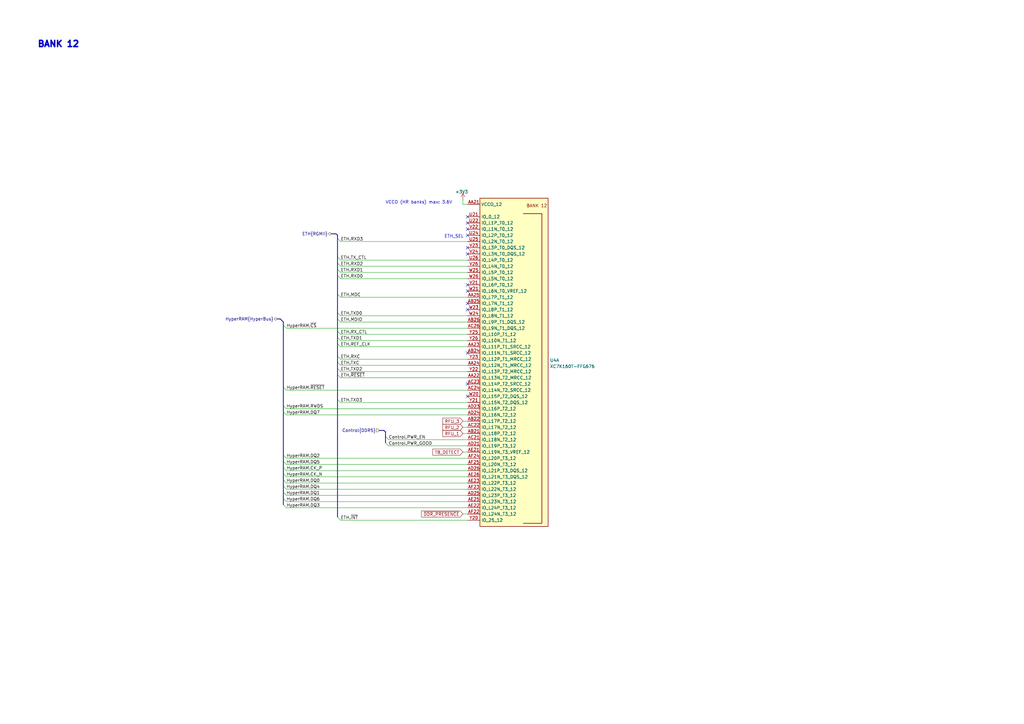
<source format=kicad_sch>
(kicad_sch (version 20250114) (generator "eeschema") (generator_version "9.0")
  (paper "A3")
  (title_block (title "SO-DIMM DDR5 Tester") (date "2025-11-25") (rev "1.3.0") (comment 1 "www.antmicro.com") (comment 2 "Antmicro Ltd"))
  (text "ETH_SEL" (at 182.245 97.79 0) (effects (font (size 1.27 1.27)) (justify left bottom)))
  (text "BANK 12" (at 15.24 19.685 0) (effects (font (size 2.54 2.54) (thickness 0.5994) (bold yes)) (justify left bottom)))
  (text "VCCO (HR banks) max: 3.6V" (at 158.115 83.82 0) (effects (font (size 1.27 1.27)) (justify left bottom)))
  (no_connect (at 191.77 88.9))
  (no_connect (at 191.77 93.98))
  (no_connect (at 191.77 124.46))
  (no_connect (at 191.77 104.14))
  (no_connect (at 191.77 162.56))
  (no_connect (at 191.77 144.78))
  (no_connect (at 191.77 101.6))
  (no_connect (at 191.77 96.52))
  (no_connect (at 191.77 116.84))
  (no_connect (at 191.77 157.48))
  (no_connect (at 191.77 119.38))
  (no_connect (at 191.77 127))
  (no_connect (at 191.77 91.44))
  (bus_entry (at 138.43 153.67) (size 1.27 1.27))
  (bus_entry (at 116.205 133.35) (size 1.27 1.27))
  (bus_entry (at 138.43 151.13) (size 1.27 1.27))
  (bus_entry (at 116.205 166.37) (size 1.27 1.27))
  (bus_entry (at 138.43 212.09) (size 1.27 1.27))
  (bus_entry (at 116.205 158.75) (size 1.27 1.27))
  (bus_entry (at 138.43 128.27) (size 1.27 1.27))
  (bus_entry (at 138.43 105.41) (size 1.27 1.27))
  (bus_entry (at 138.43 146.05) (size 1.27 1.27))
  (bus_entry (at 138.43 148.59) (size 1.27 1.27))
  (bus_entry (at 116.205 204.47) (size 1.27 1.27))
  (bus_entry (at 138.43 140.97) (size 1.27 1.27))
  (bus_entry (at 116.205 191.77) (size 1.27 1.27))
  (bus_entry (at 116.205 189.23) (size 1.27 1.27))
  (bus_entry (at 138.43 120.65) (size 1.27 1.27))
  (bus_entry (at 138.43 97.79) (size 1.27 1.27))
  (bus_entry (at 138.43 107.95) (size 1.27 1.27))
  (bus_entry (at 138.43 163.83) (size 1.27 1.27))
  (bus_entry (at 116.205 207.01) (size 1.27 1.27))
  (bus_entry (at 158.115 181.61) (size 1.27 1.27))
  (bus_entry (at 138.43 130.81) (size 1.27 1.27))
  (bus_entry (at 116.205 168.91) (size 1.27 1.27))
  (bus_entry (at 138.43 135.89) (size 1.27 1.27))
  (bus_entry (at 116.205 196.85) (size 1.27 1.27))
  (bus_entry (at 158.115 179.07) (size 1.27 1.27))
  (bus_entry (at 116.205 186.69) (size 1.27 1.27))
  (bus_entry (at 116.205 194.31) (size 1.27 1.27))
  (bus_entry (at 116.205 201.93) (size 1.27 1.27))
  (bus_entry (at 138.43 138.43) (size 1.27 1.27))
  (bus_entry (at 138.43 110.49) (size 1.27 1.27))
  (bus_entry (at 116.205 199.39) (size 1.27 1.27))
  (bus_entry (at 138.43 113.03) (size 1.27 1.27))
  (bus (pts (xy 116.205 201.93) (xy 116.205 204.47)))
  (wire (pts (xy 139.7 114.3) (xy 191.77 114.3)))
  (wire (pts (xy 189.865 172.72) (xy 191.77 172.72)))
  (wire (pts (xy 139.7 129.54) (xy 191.77 129.54)))
  (wire (pts (xy 139.7 132.08) (xy 191.77 132.08)))
  (bus (pts (xy 157.48 176.53) (xy 158.115 177.165)))
  (wire (pts (xy 189.865 185.42) (xy 191.77 185.42)))
  (bus (pts (xy 138.43 151.13) (xy 138.43 153.67)))
  (wire (pts (xy 117.475 190.5) (xy 191.77 190.5)))
  (bus (pts (xy 138.43 97.79) (xy 138.43 105.41)))
  (bus (pts (xy 138.43 113.03) (xy 138.43 120.65)))
  (bus (pts (xy 116.205 186.69) (xy 116.205 189.23)))
  (bus (pts (xy 116.205 132.08) (xy 116.205 133.35)))
  (wire (pts (xy 139.7 154.94) (xy 191.77 154.94)))
  (wire (pts (xy 117.475 203.2) (xy 191.77 203.2)))
  (bus (pts (xy 137.795 95.885) (xy 138.43 96.52)))
  (wire (pts (xy 189.865 81.915) (xy 189.865 83.82)))
  (wire (pts (xy 139.7 147.32) (xy 191.77 147.32)))
  (bus (pts (xy 138.43 110.49) (xy 138.43 113.03)))
  (bus (pts (xy 138.43 96.52) (xy 138.43 97.79)))
  (bus (pts (xy 138.43 148.59) (xy 138.43 151.13)))
  (wire (pts (xy 117.475 198.12) (xy 191.77 198.12)))
  (bus (pts (xy 116.205 166.37) (xy 116.205 168.91)))
  (bus (pts (xy 116.205 204.47) (xy 116.205 207.01)))
  (wire (pts (xy 139.7 137.16) (xy 191.77 137.16)))
  (wire (pts (xy 139.7 121.92) (xy 191.77 121.92)))
  (wire (pts (xy 139.7 152.4) (xy 191.77 152.4)))
  (bus (pts (xy 158.115 177.165) (xy 158.115 179.07)))
  (bus (pts (xy 138.43 105.41) (xy 138.43 107.95)))
  (bus (pts (xy 113.665 130.81) (xy 114.935 130.81)))
  (bus (pts (xy 116.205 194.31) (xy 116.205 196.85)))
  (bus (pts (xy 116.205 199.39) (xy 116.205 201.93)))
  (wire (pts (xy 139.7 165.1) (xy 191.77 165.1)))
  (wire (pts (xy 159.385 182.88) (xy 191.77 182.88)))
  (wire (pts (xy 139.7 99.06) (xy 191.77 99.06)))
  (wire (pts (xy 189.865 177.8) (xy 191.77 177.8)))
  (wire (pts (xy 139.7 139.7) (xy 191.77 139.7)))
  (wire (pts (xy 139.7 111.76) (xy 191.77 111.76)))
  (wire (pts (xy 117.475 134.62) (xy 191.77 134.62)))
  (bus (pts (xy 138.43 135.89) (xy 138.43 138.43)))
  (bus (pts (xy 138.43 138.43) (xy 138.43 140.97)))
  (wire (pts (xy 117.475 193.04) (xy 191.77 193.04)))
  (bus (pts (xy 116.205 191.77) (xy 116.205 194.31)))
  (bus (pts (xy 138.43 107.95) (xy 138.43 110.49)))
  (bus (pts (xy 138.43 120.65) (xy 138.43 128.27)))
  (bus (pts (xy 116.205 168.91) (xy 116.205 186.69)))
  (wire (pts (xy 139.7 142.24) (xy 191.77 142.24)))
  (bus (pts (xy 138.43 128.27) (xy 138.43 130.81)))
  (wire (pts (xy 117.475 200.66) (xy 191.77 200.66)))
  (bus (pts (xy 138.43 130.81) (xy 138.43 135.89)))
  (bus (pts (xy 116.205 189.23) (xy 116.205 191.77)))
  (bus (pts (xy 138.43 163.83) (xy 138.43 212.09)))
  (wire (pts (xy 117.475 187.96) (xy 191.77 187.96)))
  (bus (pts (xy 116.205 158.75) (xy 116.205 166.37)))
  (wire (pts (xy 117.475 208.28) (xy 191.77 208.28)))
  (wire (pts (xy 139.7 213.36) (xy 191.77 213.36)))
  (bus (pts (xy 138.43 146.05) (xy 138.43 148.59)))
  (wire (pts (xy 159.385 180.34) (xy 191.77 180.34)))
  (bus (pts (xy 116.205 133.35) (xy 116.205 158.75)))
  (wire (pts (xy 139.7 106.68) (xy 191.77 106.68)))
  (wire (pts (xy 117.475 160.02) (xy 191.77 160.02)))
  (wire (pts (xy 117.475 195.58) (xy 191.77 195.58)))
  (bus (pts (xy 135.89 95.885) (xy 137.795 95.885)))
  (wire (pts (xy 189.865 175.26) (xy 191.77 175.26)))
  (wire (pts (xy 117.475 170.18) (xy 191.77 170.18)))
  (bus (pts (xy 138.43 140.97) (xy 138.43 146.05)))
  (bus (pts (xy 138.43 153.67) (xy 138.43 163.83)))
  (wire (pts (xy 189.865 83.82) (xy 191.77 83.82)))
  (bus (pts (xy 158.115 179.07) (xy 158.115 181.61)))
  (wire (pts (xy 139.7 109.22) (xy 191.77 109.22)))
  (wire (pts (xy 189.865 210.82) (xy 191.77 210.82)))
  (bus (pts (xy 116.205 196.85) (xy 116.205 199.39)))
  (bus (pts (xy 155.575 176.53) (xy 157.48 176.53)))
  (wire (pts (xy 139.7 149.86) (xy 191.77 149.86)))
  (bus (pts (xy 114.935 130.81) (xy 116.205 132.08)))
  (wire (pts (xy 117.475 167.64) (xy 191.77 167.64)))
  (wire (pts (xy 117.475 205.74) (xy 191.77 205.74)))
  (label "Control.PWR_GOOD" (at 159.385 182.88 0))
  (label "ETH.TX_CTL" (at 139.7 106.68 0))
  (label "ETH.MDC" (at 139.7 121.92 0))
  (label "ETH.TXD2" (at 139.7 152.4 0))
  (label "ETH.MDIO" (at 139.7 132.08 0))
  (label "ETH.RXD2" (at 139.7 109.22 0))
  (label "ETH.RXD0" (at 139.7 114.3 0))
  (label "HyperRAM.DQ4" (at 117.475 200.66 0))
  (label "HyperRAM.CK_N" (at 117.475 195.58 0))
  (label "HyperRAM.RWDS" (at 117.475 167.64 0))
  (label "ETH.RX_CTL" (at 139.7 137.16 0))
  (label "HyperRAM.DQ6" (at 117.475 205.74 0))
  (label "ETH.RXD1" (at 139.7 111.76 0))
  (label "ETH.~{RESET}" (at 139.7 154.94 0))
  (label "ETH.TXD3" (at 139.7 165.1 0))
  (label "ETH.TXD1" (at 139.7 139.7 0))
  (label "HyperRAM.DQ0" (at 117.475 198.12 0))
  (label "ETH.REF_CLK" (at 139.7 142.24 0))
  (label "HyperRAM.~{CS}" (at 117.475 134.62 0))
  (label "ETH.TXC" (at 139.7 149.86 0))
  (label "HyperRAM.CK_P" (at 117.475 193.04 0))
  (label "HyperRAM.DQ3" (at 117.475 208.28 0))
  (label "HyperRAM.~{RESET}" (at 117.475 160.02 0))
  (label "HyperRAM.DQ7" (at 117.475 170.18 0))
  (label "ETH.TXD0" (at 139.7 129.54 0))
  (label "ETH.RXD3" (at 139.7 99.06 0))
  (label "HyperRAM.DQ5" (at 117.475 190.5 0))
  (label "HyperRAM.DQ2" (at 117.475 187.96 0))
  (label "ETH.~{INT}" (at 139.7 213.36 0))
  (label "ETH.RXC" (at 139.7 147.32 0))
  (label "HyperRAM.DQ1" (at 117.475 203.2 0))
  (label "Control.PWR_EN" (at 159.385 180.34 0))
  (global_label "RFU_1" (shape input) (at 189.865 177.8 180) (property "Intersheetrefs" "${INTERSHEET_REFS}" (at 181.6746 177.7206 0) (effects (justify right))))
  (global_label "RFU_3" (shape input) (at 189.865 172.72 180) (property "Intersheetrefs" "${INTERSHEET_REFS}" (at 181.6746 172.6406 0) (effects (justify right))))
  (global_label "RFU_2" (shape input) (at 189.865 175.26 180) (property "Intersheetrefs" "${INTERSHEET_REFS}" (at 181.6746 175.3394 0) (effects (justify right))))
  (global_label "TB_DETECT" (shape input) (at 189.865 185.42 180) (property "Intersheetrefs" "${INTERSHEET_REFS}" (at 177.5622 185.4994 0) (effects (justify right))))
  (global_label "~{DDR_PRESENCE}" (shape input) (at 189.865 210.82 180) (property "Intersheetrefs" "${INTERSHEET_REFS}" (at 172.966 210.8994 0) (effects (justify right))))
  (hierarchical_label "Control{DDR5}" (shape input) (at 155.575 176.53 180))
  (hierarchical_label "ETH{RGMII}" (shape bidirectional) (at 135.89 95.885 180))
  (hierarchical_label "HyperRAM{HyperBus}" (shape bidirectional) (at 113.665 130.81 180))
  (symbol (lib_id "antmicropower:+3V3") (at 189.865 81.915 0) (unit 1)
    (property "Reference" "#PWR0425" (effects (hide yes)))
    (property "Value" "+3V3" (at 186.69 79.375 0) (effects (justify left bottom)))
    (property "Author" "Antmicro" (effects (hide yes)))
    (property "License" "Apache-2.0" (effects (hide yes)))
  )
  (symbol (lib_id "antmicroFPGAChips:XC7K160T-FFG676") (at 191.77 83.82 0) (unit 1)
    (property "Reference" "U4" (at 225.552 147.7594 0) (effects (justify left)))
    (property "Value" "XC7K160T-FFG676" (at 225.552 150.2897 0) (effects (justify left)))
    (property "Footprint" "antmicro-footprints:BGA-676_27x27mm_Layout26x26_P1x1mm_FFG676" (effects (hide yes)))
    (property "Datasheet" "https://docs.xilinx.com/v/u/en-US/ds180_7Series_Overview" (effects (hide yes)))
    (property "MPN" "XC7K160T-FFG676" (effects (hide yes)))
    (property "Author" "Antmicro" (effects (hide yes)))
    (property "License" "Apache-2.0" (effects (hide yes)))
    (property "Manufacturer" "AMD-Xilinx" (effects (hide yes)))
  )
)
</source>
